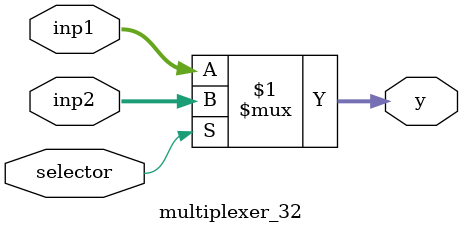
<source format=v>
`timescale 1ns / 1ps


module multiplexer_32(
    input [31:0] inp1,
    input [31:0] inp2,
    input selector,
    output [31:0] y
    );
    assign y = selector ? inp2 : inp1;
endmodule


</source>
